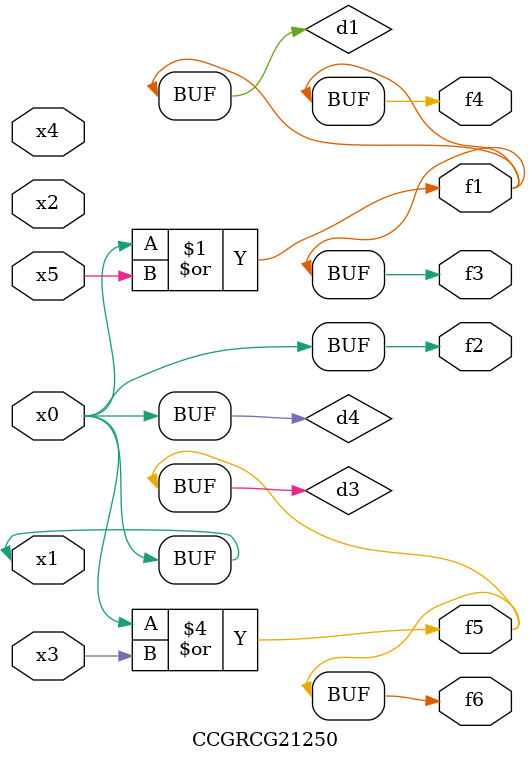
<source format=v>
module CCGRCG21250(
	input x0, x1, x2, x3, x4, x5,
	output f1, f2, f3, f4, f5, f6
);

	wire d1, d2, d3, d4;

	or (d1, x0, x5);
	xnor (d2, x1, x4);
	or (d3, x0, x3);
	buf (d4, x0, x1);
	assign f1 = d1;
	assign f2 = d4;
	assign f3 = d1;
	assign f4 = d1;
	assign f5 = d3;
	assign f6 = d3;
endmodule

</source>
